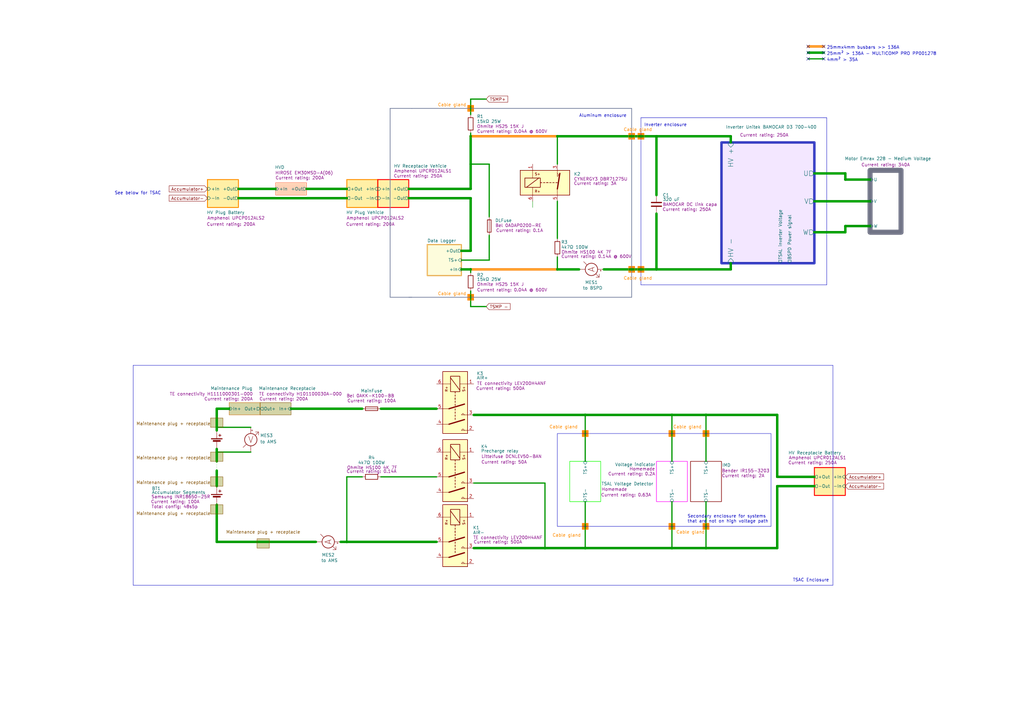
<source format=kicad_sch>
(kicad_sch (version 20231120) (generator "eeschema") (generator_version "8.0")
  (paper "A3")
  (title_block (title "TS entire schematic") (date "2024-03-28") (rev "v2.0") (company "EPSA"))
  (lib_symbols
    (symbol "Device:Ammeter_DC" (pin_numbers hide) (pin_names (offset 0.0254) hide)
      (property "Reference" "MES" (at -3.302 1.016 0))
      (property "Value" "Ammeter_DC" (at -3.302 -0.762 0))
      (symbol "Ammeter_DC_0_0"
        (polyline (pts (xy -3.175 -3.175) (xy -1.905 -1.905)))
        (polyline (pts (xy 1.905 1.905) (xy 3.175 3.175)))
        (polyline (pts (xy 1.905 3.175) (xy 3.175 3.175) (xy 3.175 1.905)))
        (text "A" (at 0 0 0) (effects (font (size 2.54 2.54))))
      )
      (symbol "Ammeter_DC_0_1"
        (polyline (pts (xy 0.254 3.81) (xy 0.762 3.81)))
        (polyline (pts (xy 0.508 4.064) (xy 0.508 3.556)))
        (circle (center 0 0) (radius 2.54) (stroke (width 0.254)))
      )
      (symbol "Ammeter_DC_1_1"
        (pin passive line (at 0 -5.08 90) (length 2.54) (name "-") (number "1"))
        (pin passive line (at 0 5.08 270) (length 2.54) (name "+") (number "2"))
      )
    )
    (symbol "Device:Battery_Cell" (pin_numbers hide) (pin_names (offset 0) hide)
      (property "Reference" "BT" (at 2.54 2.54 0))
      (property "Value" "Battery_Cell" (at 2.54 0 0))
      (symbol "Battery_Cell_0_1"
        (rectangle (start -2.286 1.778) (end 2.286 1.524) (fill (type outline)))
        (rectangle (start -1.524 1.016) (end 1.524 0.508) (fill (type outline)))
        (polyline (pts (xy 0 0.762) (xy 0 0)))
        (polyline (pts (xy 0 1.778) (xy 0 2.54)))
        (polyline (pts (xy 0.762 3.048) (xy 1.778 3.048)) (stroke (width 0.254)))
        (polyline (pts (xy 1.27 3.556) (xy 1.27 2.54)) (stroke (width 0.254)))
      )
      (symbol "Battery_Cell_1_1"
        (pin passive line (at 0 5.08 270) (length 2.54) (name "+") (number "1"))
        (pin passive line (at 0 -2.54 90) (length 2.54) (name "-") (number "2"))
      )
    )
    (symbol "Device:C" (pin_numbers hide) (pin_names (offset 0.254))
      (property "Reference" "C" (at 0.635 2.54 0))
      (property "Value" "C" (at 0.635 -2.54 0))
      (symbol "C_0_1"
        (polyline (pts (xy -2.032 -0.762) (xy 2.032 -0.762)) (stroke (width 0.508)))
        (polyline (pts (xy -2.032 0.762) (xy 2.032 0.762)) (stroke (width 0.508)))
      )
      (symbol "C_1_1"
        (pin passive line (at 0 3.81 270) (length 2.794) (name "~") (number "1"))
        (pin passive line (at 0 -3.81 90) (length 2.794) (name "~") (number "2"))
      )
    )
    (symbol "Device:Fuse" (pin_numbers hide) (pin_names (offset 0))
      (property "Reference" "F" (at 2.032 0 90))
      (property "Value" "Fuse" (at -1.905 0 90))
      (symbol "Fuse_0_1"
        (rectangle (start -0.762 -2.54) (end 0.762 2.54) (stroke (width 0.254)))
        (polyline (pts (xy 0 2.54) (xy 0 -2.54)))
      )
      (symbol "Fuse_1_1"
        (pin passive line (at 0 3.81 270) (length 1.27) (name "~") (number "1"))
        (pin passive line (at 0 -3.81 90) (length 1.27) (name "~") (number "2"))
      )
    )
    (symbol "Device:R" (pin_numbers hide) (pin_names (offset 0))
      (property "Reference" "R" (at 2.032 0 90))
      (property "Value" "R" (at 0 0 90))
      (symbol "R_0_1"
        (rectangle (start -1.016 -2.54) (end 1.016 2.54) (stroke (width 0.254)))
      )
      (symbol "R_1_1"
        (pin passive line (at 0 3.81 270) (length 1.27) (name "~") (number "1"))
        (pin passive line (at 0 -3.81 90) (length 1.27) (name "~") (number "2"))
      )
    )
    (symbol "Device:Voltmeter_DC" (pin_numbers hide) (pin_names (offset 0.0254) hide)
      (property "Reference" "MES" (at -3.302 1.016 0))
      (property "Value" "Voltmeter_DC" (at -3.302 -0.762 0))
      (symbol "Voltmeter_DC_0_0"
        (polyline (pts (xy -3.175 -3.175) (xy -1.905 -1.905)))
        (polyline (pts (xy 1.905 1.905) (xy 3.175 3.175)))
        (polyline (pts (xy 1.905 3.175) (xy 3.175 3.175) (xy 3.175 1.905)))
        (text "V" (at 0 0 0) (effects (font (size 2.54 2.54))))
      )
      (symbol "Voltmeter_DC_0_1"
        (polyline (pts (xy 0.254 3.81) (xy 0.762 3.81)))
        (polyline (pts (xy 0.508 4.064) (xy 0.508 3.556)))
        (circle (center 0 0) (radius 2.54) (stroke (width 0.254)))
      )
      (symbol "Voltmeter_DC_1_1"
        (pin passive line (at 0 -5.08 90) (length 2.54) (name "-") (number "1"))
        (pin passive line (at 0 5.08 270) (length 2.54) (name "+") (number "2"))
      )
    )
    (symbol "EPSA_lib:NC relays"
      (property "Reference" "K" (at 11.43 3.81 0))
      (property "Value" "NC" (at 13.97 1.27 0))
      (symbol "NC relays_1_1"
        (rectangle (start -10.16 5.08) (end 10.16 -5.08) (stroke (width 0.254)) (fill (type background)))
        (rectangle (start -8.255 1.905) (end -1.905 -1.905) (stroke (width 0.254)))
        (polyline (pts (xy -7.62 -1.905) (xy -2.54 1.905)) (stroke (width 0.254)))
        (polyline (pts (xy -5.08 -5.08) (xy -5.08 -1.905)))
        (polyline (pts (xy -5.08 5.08) (xy -5.08 1.905)))
        (polyline (pts (xy -1.905 0) (xy -1.27 0)) (stroke (width 0.254)))
        (polyline (pts (xy -0.635 0) (xy 0 0)) (stroke (width 0.254)))
        (polyline (pts (xy 0.635 0) (xy 1.27 0)) (stroke (width 0.254)))
        (polyline (pts (xy 0.635 0) (xy 1.27 0)) (stroke (width 0.254)))
        (polyline (pts (xy 1.905 0) (xy 2.54 0)) (stroke (width 0.254)))
        (polyline (pts (xy 3.175 0) (xy 3.81 0)) (stroke (width 0.254)))
        (polyline (pts (xy 4.445 0) (xy 5.08 0)) (stroke (width 0.254)))
        (polyline (pts (xy 5.08 -2.54) (xy 5.08 -5.08)))
        (polyline (pts (xy 5.08 -2.54) (xy 6.096 3.81)) (stroke (width 0.508)))
        (polyline (pts (xy 5.08 3.81) (xy 5.08 5.08)))
        (polyline (pts (xy 5.08 3.81) (xy 5.08 2.54) (xy 5.715 3.175) (xy 5.08 3.81)))
        (text "R+" (at -3.048 -3.556 0) (effects (font (size 1.016 1.016))))
        (text "S+" (at -3.048 3.556 0) (effects (font (size 1.016 1.016))))
        (pin passive line (at -5.08 7.62 270) (length 2.54) (name "~") (number "1"))
        (pin passive line (at 5.08 7.62 270) (length 2.54) (name "~") (number "3"))
        (pin passive line (at 5.08 -7.62 90) (length 2.54) (name "~") (number "5"))
        (pin passive line (at -5.08 -7.62 90) (length 2.54) (name "~") (number "6"))
      )
    )
    (symbol "EPSA_lib:RELAYS"
      (property "Reference" "K" (at -13.97 -11.43 0))
      (property "Value" "RELAYS" (at -13.97 -13.97 0))
      (symbol "RELAYS_1_1"
        (rectangle (start -10.16 5.08) (end 15.24 -5.08) (stroke (width 0.254)) (fill (type background)))
        (rectangle (start -8.255 1.905) (end -1.905 -1.905) (stroke (width 0.254)))
        (polyline (pts (xy -7.62 -1.905) (xy -2.54 1.905)) (stroke (width 0.254)))
        (polyline (pts (xy -5.08 -5.08) (xy -5.08 -1.905)))
        (polyline (pts (xy -5.08 5.08) (xy -5.08 1.905)))
        (polyline (pts (xy -1.905 0) (xy -1.27 0)) (stroke (width 0.254)))
        (polyline (pts (xy -0.635 0) (xy 0 0)) (stroke (width 0.254)))
        (polyline (pts (xy 0.635 0) (xy 1.27 0)) (stroke (width 0.254)))
        (polyline (pts (xy 0.635 0) (xy 1.27 0)) (stroke (width 0.254)))
        (polyline (pts (xy 1.905 0) (xy 2.54 0)) (stroke (width 0.254)))
        (polyline (pts (xy 3.175 0) (xy 3.81 0)) (stroke (width 0.254)))
        (polyline (pts (xy 5.08 -2.54) (xy 3.175 3.81)) (stroke (width 0.508)))
        (polyline (pts (xy 5.08 -2.54) (xy 5.08 -5.08)))
        (polyline (pts (xy 5.08 0) (xy 5.715 0)) (stroke (width 0.254)))
        (polyline (pts (xy 6.35 0) (xy 6.985 0)) (stroke (width 0.254)))
        (polyline (pts (xy 7.62 0) (xy 8.255 0)) (stroke (width 0.254)))
        (polyline (pts (xy 7.62 3.81) (xy 7.62 5.08)))
        (polyline (pts (xy 8.89 0) (xy 9.525 0)) (stroke (width 0.254)))
        (polyline (pts (xy 11.43 -2.54) (xy 9.525 3.81)) (stroke (width 0.508)))
        (polyline (pts (xy 11.43 -2.54) (xy 11.43 -5.08)))
        (polyline (pts (xy 13.97 3.81) (xy 13.97 5.08)))
        (polyline (pts (xy 7.62 3.81) (xy 7.62 2.54) (xy 6.985 3.175) (xy 7.62 3.81)))
        (polyline (pts (xy 13.97 3.81) (xy 13.97 2.54) (xy 13.335 3.175) (xy 13.97 3.81)))
        (text "R+" (at -3.048 -3.556 0) (effects (font (size 1.016 1.016))))
        (text "S+" (at -3.048 3.556 0) (effects (font (size 1.016 1.016))))
        (pin passive line (at -5.08 7.62 270) (length 2.54) (name "~") (number "1"))
        (pin passive line (at 13.97 7.62 270) (length 2.54) (name "~") (number "2"))
        (pin passive line (at 7.62 7.62 270) (length 2.54) (name "~") (number "3"))
        (pin passive line (at 11.43 -7.62 90) (length 2.54) (name "~") (number "4"))
        (pin passive line (at 5.08 -7.62 90) (length 2.54) (name "~") (number "5"))
        (pin passive line (at -5.08 -7.62 90) (length 2.54) (name "~") (number "6"))
      )
    )
  )
  (junction (at 289.56 224.79))
  (junction (at 228.6 110.49))
  (junction (at 240.03 224.79))
  (junction (at 228.6 55.88))
  (junction (at 269.24 110.49))
  (junction (at 269.24 55.88))
  (junction (at 193.04 67.31))
  (junction (at 88.9 175.26))
  (junction (at 275.59 224.79))
  (junction (at 193.04 110.49))
  (junction (at 275.59 170.18))
  (junction (at 240.03 170.18))
  (junction (at 88.9 185.42))
  (junction (at 289.56 170.18))
  (junction (at 223.52 224.79))
  (junction (at 193.04 55.88))
  (junction (at 142.24 222.25))
  (no_connect (at 331.47 19.05))
  (no_connect (at 331.47 21.59))
  (no_connect (at 337.82 24.13))
  (no_connect (at 331.47 24.13))
  (no_connect (at 337.82 21.59))
  (no_connect (at 337.82 19.05))
  (wire (pts (xy 88.9 222.25) (xy 129.54 222.25)) (stroke (width 1)))
  (wire (pts (xy 119.38 167.64) (xy 148.59 167.64)) (stroke (width 1)))
  (wire (pts (xy 88.9 185.42) (xy 102.87 185.42)) (stroke (width 0.5)))
  (wire (pts (xy 88.9 175.26) (xy 88.9 176.53)) (stroke (width 0.5)))
  (wire (pts (xy 200.66 67.31) (xy 193.04 67.31)) (stroke (width 0.5)))
  (wire (pts (xy 318.77 199.39) (xy 334.01 199.39)) (stroke (width 1)))
  (wire (pts (xy 189.23 110.49) (xy 193.04 110.49)) (stroke (width 1)))
  (wire (pts (xy 269.24 80.01) (xy 269.24 55.88)) (stroke (width 1)))
  (polyline (pts (xy 168.91 44.45) (xy 160.02 44.45)) (stroke (width 0.3) (type solid) (color 118 129 159 1)))
  (polyline (pts (xy 262.89 116.84) (xy 264.16 116.84)))
  (polyline (pts (xy 339.09 116.84) (xy 339.09 48.26)))
  (wire (pts (xy 142.24 195.58) (xy 142.24 222.25)) (stroke (width 0.5)))
  (wire (pts (xy 88.9 175.26) (xy 102.87 175.26)) (stroke (width 0.5)))
  (polyline (pts (xy 54.61 149.86) (xy 341.63 149.86)) (stroke (width 0) (type solid)))
  (wire (pts (xy 228.6 55.88) (xy 269.24 55.88)) (stroke (width 1)))
  (wire (pts (xy 193.04 46.99) (xy 193.04 40.64)) (stroke (width 0.5)))
  (wire (pts (xy 318.77 195.58) (xy 334.01 195.58)) (stroke (width 1)))
  (wire (pts (xy 346.71 92.71) (xy 356.87 92.71)) (stroke (width 1)))
  (wire (pts (xy 200.66 106.68) (xy 200.66 96.52)) (stroke (width 0.5)))
  (wire (pts (xy 193.04 67.31) (xy 193.04 77.47)) (stroke (width 1)))
  (wire (pts (xy 289.56 170.18) (xy 289.56 189.23)) (stroke (width 0.5)))
  (polyline (pts (xy 262.89 48.26) (xy 262.89 116.84)))
  (wire (pts (xy 228.6 105.41) (xy 228.6 110.49)) (stroke (width 0.5)))
  (wire (pts (xy 88.9 193.04) (xy 88.9 199.39)) (stroke (width 1)))
  (wire (pts (xy 289.56 224.79) (xy 318.77 224.79)) (stroke (width 1)))
  (wire (pts (xy 125.73 77.47) (xy 142.24 77.47)) (stroke (width 1)))
  (wire (pts (xy 318.77 170.18) (xy 318.77 195.58)) (stroke (width 1)))
  (wire (pts (xy 97.79 81.28) (xy 142.24 81.28)) (stroke (width 1)))
  (wire (pts (xy 318.77 224.79) (xy 318.77 199.39)) (stroke (width 1)))
  (wire (pts (xy 269.24 110.49) (xy 269.24 87.63)) (stroke (width 1)))
  (wire (pts (xy 346.71 73.66) (xy 356.87 73.66)) (stroke (width 1)))
  (wire (pts (xy 240.03 224.79) (xy 275.59 224.79)) (stroke (width 1)))
  (wire (pts (xy 334.01 95.25) (xy 346.71 95.25)) (stroke (width 1)))
  (wire (pts (xy 88.9 175.26) (xy 88.9 176.53)) (stroke (width 1)))
  (wire (pts (xy 88.9 189.23) (xy 88.9 185.42)) (stroke (width 1)))
  (wire (pts (xy 88.9 167.64) (xy 88.9 175.26)) (stroke (width 1)))
  (wire (pts (xy 88.9 185.42) (xy 88.9 184.15)) (stroke (width 1)))
  (wire (pts (xy 88.9 189.23) (xy 88.9 193.04)) (stroke (width 0) (type dot)))
  (polyline (pts (xy 337.82 48.26) (xy 339.09 48.26)))
  (wire (pts (xy 189.23 106.68) (xy 200.66 106.68)) (stroke (width 0.5)))
  (wire (pts (xy 193.04 40.64) (xy 199.39 40.64)) (stroke (width 0.5)))
  (polyline (pts (xy 341.63 149.86) (xy 341.63 240.03)) (stroke (width 0) (type solid)))
  (wire (pts (xy 88.9 207.01) (xy 88.9 222.25)) (stroke (width 1)))
  (wire (pts (xy 193.04 55.88) (xy 193.04 54.61)) (stroke (width 0.5)))
  (wire (pts (xy 240.03 224.79) (xy 240.03 205.74)) (stroke (width 0.5)))
  (wire (pts (xy 240.03 170.18) (xy 275.59 170.18)) (stroke (width 1)))
  (wire (pts (xy 193.04 110.49) (xy 228.6 110.49)) (stroke (width 1.016) (color 255 142 26 1)))
  (wire (pts (xy 275.59 224.79) (xy 289.56 224.79)) (stroke (width 1)))
  (polyline (pts (xy 54.61 240.03) (xy 54.61 149.86)) (stroke (width 0) (type solid)))
  (wire (pts (xy 346.71 95.25) (xy 346.71 92.71)) (stroke (width 1)))
  (wire (pts (xy 240.03 170.18) (xy 240.03 189.23)) (stroke (width 0.5)))
  (polyline (pts (xy 262.89 48.26) (xy 337.82 48.26)))
  (wire (pts (xy 193.04 125.73) (xy 199.39 125.73)) (stroke (width 0.5)))
  (wire (pts (xy 299.72 107.95) (xy 299.72 110.49)) (stroke (width 1)))
  (wire (pts (xy 228.6 110.49) (xy 237.49 110.49)) (stroke (width 1)))
  (wire (pts (xy 275.59 170.18) (xy 289.56 170.18)) (stroke (width 1)))
  (wire (pts (xy 194.31 224.79) (xy 223.52 224.79)) (stroke (width 1)))
  (polyline (pts (xy 259.08 121.92) (xy 167.64 121.92)) (stroke (width 0.3) (type solid) (color 118 129 159 1)))
  (wire (pts (xy 247.65 110.49) (xy 269.24 110.49)) (stroke (width 1)))
  (wire (pts (xy 142.24 195.58) (xy 148.59 195.58)) (stroke (width 0.5)))
  (wire (pts (xy 193.04 102.87) (xy 189.23 102.87)) (stroke (width 1)))
  (polyline (pts (xy 168.91 44.45) (xy 259.08 44.45)) (stroke (width 0.3) (type solid) (color 118 129 159 1)))
  (wire (pts (xy 88.9 185.42) (xy 88.9 184.15)) (stroke (width 0.5)))
  (wire (pts (xy 156.21 195.58) (xy 179.07 195.58)) (stroke (width 0.5)))
  (polyline (pts (xy 259.08 44.45) (xy 259.08 121.92)) (stroke (width 0.3) (type solid) (color 118 129 159 1)))
  (wire (pts (xy 194.31 170.18) (xy 240.03 170.18)) (stroke (width 1)))
  (wire (pts (xy 331.47 21.59) (xy 337.82 21.59)) (stroke (width 1)))
  (wire (pts (xy 193.04 111.76) (xy 193.04 110.49)) (stroke (width 0.5)))
  (wire (pts (xy 139.7 222.25) (xy 142.24 222.25)) (stroke (width 1)))
  (wire (pts (xy 334.01 82.55) (xy 356.87 82.55)) (stroke (width 1)))
  (wire (pts (xy 193.04 119.38) (xy 193.04 125.73)) (stroke (width 0.5)))
  (wire (pts (xy 228.6 67.31) (xy 228.6 55.88)) (stroke (width 0.5)))
  (wire (pts (xy 97.79 77.47) (xy 113.03 77.47)) (stroke (width 1)))
  (wire (pts (xy 334.01 71.12) (xy 346.71 71.12)) (stroke (width 1)))
  (wire (pts (xy 200.66 88.9) (xy 200.66 67.31)) (stroke (width 0.5)))
  (wire (pts (xy 142.24 222.25) (xy 179.07 222.25)) (stroke (width 1)))
  (wire (pts (xy 289.56 205.74) (xy 289.56 224.79)) (stroke (width 0.5)))
  (wire (pts (xy 269.24 110.49) (xy 299.72 110.49)) (stroke (width 1)))
  (wire (pts (xy 223.52 224.79) (xy 240.03 224.79)) (stroke (width 1)))
  (wire (pts (xy 193.04 81.28) (xy 193.04 102.87)) (stroke (width 1)))
  (wire (pts (xy 269.24 55.88) (xy 299.72 55.88)) (stroke (width 1)))
  (wire (pts (xy 331.47 19.05) (xy 337.82 19.05)) (stroke (width 1.016) (color 255 142 26 1)))
  (wire (pts (xy 223.52 198.12) (xy 223.52 224.79)) (stroke (width 0.5)))
  (wire (pts (xy 228.6 82.55) (xy 228.6 97.79)) (stroke (width 0.5)))
  (wire (pts (xy 156.21 167.64) (xy 179.07 167.64)) (stroke (width 1)))
  (polyline (pts (xy 341.63 240.03) (xy 54.61 240.03)) (stroke (width 0) (type solid)))
  (wire (pts (xy 275.59 170.18) (xy 275.59 189.23)) (stroke (width 0.5)))
  (wire (pts (xy 167.64 81.28) (xy 193.04 81.28)) (stroke (width 1)))
  (polyline (pts (xy 160.02 44.45) (xy 160.02 121.92)) (stroke (width 0.3) (type solid) (color 118 129 159 1)))
  (wire (pts (xy 289.56 170.18) (xy 318.77 170.18)) (stroke (width 1)))
  (wire (pts (xy 194.31 198.12) (xy 223.52 198.12)) (stroke (width 0.5)))
  (wire (pts (xy 167.64 77.47) (xy 193.04 77.47)) (stroke (width 1)))
  (wire (pts (xy 346.71 71.12) (xy 346.71 73.66)) (stroke (width 1)))
  (wire (pts (xy 88.9 167.64) (xy 93.98 167.64)) (stroke (width 1)))
  (wire (pts (xy 218.44 85.09) (xy 218.44 82.55)))
  (polyline (pts (xy 160.02 121.92) (xy 168.91 121.92)) (stroke (width 0.3) (type solid) (color 118 129 159 1)))
  (wire (pts (xy 193.04 55.88) (xy 228.6 55.88)) (stroke (width 1.016) (color 255 142 26 1)))
  (wire (pts (xy 299.72 55.88) (xy 299.72 58.42)) (stroke (width 1)))
  (wire (pts (xy 275.59 205.74) (xy 275.59 224.79)) (stroke (width 0.5)))
  (wire (pts (xy 331.47 24.13) (xy 337.82 24.13)) (stroke (width 0.5)))
  (wire (pts (xy 193.04 55.88) (xy 193.04 67.31)) (stroke (width 1)))
  (polyline (pts (xy 264.16 116.84) (xy 339.09 116.84)))
  (rectangle (start 288.29 176.53) (end 290.83 179.07) (stroke (width 0) (color 255 124 0 1)) (fill (type color) (color 255 134 0 1)))
  (rectangle (start 257.81 54.61) (end 260.35 57.15) (stroke (width 0) (color 255 124 0 1)) (fill (type color) (color 255 134 0 1)))
  (rectangle (start 261.62 109.22) (end 264.16 111.76) (stroke (width 0) (color 255 124 0 1)) (fill (type color) (color 255 134 0 1)))
  (rectangle (start 105.41 220.98) (end 110.49 224.79) (stroke (width 0) (color 128 77 0 1)) (fill (type color) (color 132 132 0 0.35)))
  (rectangle (start 288.29 214.63) (end 290.83 217.17) (stroke (width 0) (color 255 124 0 1)) (fill (type color) (color 255 134 0 1)))
  (rectangle (start 86.36 185.42) (end 91.44 189.23) (stroke (width 0) (color 128 77 0 1)) (fill (type color) (color 132 132 0 0.35)))
  (rectangle (start 86.36 207.01) (end 91.44 210.82) (stroke (width 0) (color 128 77 0 1)) (fill (type color) (color 132 132 0 0.35)))
  (rectangle (start 191.77 43.18) (end 194.31 45.72) (stroke (width 0) (color 255 124 0 1)) (fill (type color) (color 255 134 0 1)))
  (rectangle (start 238.76 176.53) (end 241.3 179.07) (stroke (width 0) (color 255 124 0 1)) (fill (type color) (color 255 134 0 1)))
  (rectangle (start 261.62 54.61) (end 264.16 57.15) (stroke (width 0) (color 255 124 0 1)) (fill (type color) (color 255 134 0 1)))
  (rectangle (start 86.36 171.45) (end 91.44 175.26) (stroke (width 0) (color 128 77 0 1)) (fill (type color) (color 132 132 0 0.35)))
  (rectangle (start 228.6 177.8) (end 316.23 215.9))
  (rectangle (start 274.32 214.63) (end 276.86 217.17) (stroke (width 0) (color 255 124 0 1)) (fill (type color) (color 255 134 0 1)))
  (rectangle (start 191.77 120.65) (end 194.31 123.19) (stroke (width 0) (color 255 124 0 1)) (fill (type color) (color 255 134 0 1)))
  (rectangle (start 274.32 176.53) (end 276.86 179.07) (stroke (width 0) (color 255 124 0 1)) (fill (type color) (color 255 134 0 1)))
  (rectangle (start 238.76 214.63) (end 241.3 217.17) (stroke (width 0) (color 255 124 0 1)) (fill (type color) (color 255 134 0 1)))
  (rectangle (start 86.36 195.58) (end 91.44 199.39) (stroke (width 0) (color 128 77 0 1)) (fill (type color) (color 132 132 0 0.35)))
  (rectangle (start 257.81 109.22) (end 260.35 111.76) (stroke (width 0) (color 255 124 0 1)) (fill (type color) (color 255 134 0 1)))
  (text "See below for TSAC" (at 46.99 80.01 0) (effects (font (size 1.27 1.27)) (justify left bottom)))
  (text "Cable gland" (at 185.42 120.65 0) (effects (font (size 1.27 1.27))))
  (text "25mmx4mm busbars >> 136A" (at 339.09 20.32 0) (effects (font (size 1.27 1.27)) (justify left bottom)))
  (text "Cable gland" (at 261.62 53.34 0) (effects (font (size 1.27 1.27))))
  (text "Cable gland" (at 281.94 175.26 0) (effects (font (size 1.27 1.27))))
  (text "Secondary enclosure for systems \nthat are not on high voltage path" (at 281.94 214.63 0) (effects (font (size 1.27 1.27)) (justify left bottom)))
  (text "Maintenance plug + receptacle\n" (at 71.12 210.82 0) (effects (font (size 1.27 1.27))))
  (text "TSAC Enclosure" (at 325.12 238.76 0) (effects (font (size 1.27 1.27)) (justify left bottom)))
  (text "Cable gland" (at 283.21 218.44 0) (effects (font (size 1.27 1.27))))
  (text "25mm² > 136A - MULTICOMP PRO PP001278\n" (at 339.09 22.86 0) (effects (font (size 1.27 1.27)) (justify left bottom)))
  (text "Cable gland" (at 231.14 175.26 0) (effects (font (size 1.27 1.27))))
  (text "Maintenance plug + receptacle\n" (at 107.95 218.44 0) (effects (font (size 1.27 1.27))))
  (text "Cable gland" (at 261.62 114.3 0) (effects (font (size 1.27 1.27))))
  (text "4mm² > 35A\n" (at 339.09 25.4 0) (effects (font (size 1.27 1.27)) (justify left bottom)))
  (text "Maintenance plug + receptacle\n" (at 71.12 173.99 0) (effects (font (size 1.27 1.27))))
  (text "Cable gland" (at 232.41 219.71 0) (effects (font (size 1.27 1.27))))
  (text "Maintenance plug + receptacle\n" (at 71.12 198.12 0) (effects (font (size 1.27 1.27))))
  (text "Aluminum enclosure" (at 237.49 48.26 0) (effects (font (size 1.27 1.27)) (justify left bottom)))
  (text "Inverter enclosure" (at 264.16 52.07 0) (effects (font (size 1.27 1.27)) (justify left bottom)))
  (text "Cable gland" (at 185.42 43.18 0) (effects (font (size 1.27 1.27))))
  (text "Maintenance plug + receptacle\n" (at 71.12 187.96 0) (effects (font (size 1.27 1.27))))
  (global_label "Accumulator-" (shape input) (at 85.09 81.28 180) (property "Intersheetrefs" "${INTERSHEET_REFS}" (effects (hide yes))))
  (global_label "Accumulator+" (shape input) (at 346.71 195.58 0) (property "Intersheetrefs" "${INTERSHEET_REFS}" (effects (hide yes))))
  (global_label "Accumulator+" (shape input) (at 85.09 77.47 180) (property "Intersheetrefs" "${INTERSHEET_REFS}" (effects (hide yes))))
  (global_label "TSMP -" (shape input) (at 199.39 125.73 0) (property "Intersheetrefs" "${INTERSHEET_REFS}" (effects (hide yes))))
  (global_label "Accumulator-" (shape input) (at 346.71 199.39 0) (property "Intersheetrefs" "${INTERSHEET_REFS}" (effects (hide yes))))
  (global_label "TSMP+" (shape input) (at 199.39 40.64 0) (property "Intersheetrefs" "${INTERSHEET_REFS}" (effects (hide yes))))
  (symbol (lib_id "EPSA_lib:NC relays") (at 223.52 74.93 0) (unit 1)
    (property "Reference" "K2" (at 236.728 71.374 0))
    (property "Value" "CYNERGY3 DBR71275U" (effects (hide yes)))
    (property "Footprint" "Relay_THT:Relay_1P1T_NO_10x24x18.8mm_Panasonic_ADW11xxxxW_THT" (effects (hide yes)))
    (property "Datasheet" "https://www.panasonic-electric-works.com/pew/es/downloads/ds_dw_hl_en.pdf" (effects (hide yes)))
    (property "Description" "CYNERGY3 DBR71275U" (at 246.38 73.406 0))
    (property "Current rating" "3A" (at 244.094 75.184 0) (show_name yes))
    (property "Sim.Enable" "0" (effects (hide yes)))
  )
  (symbol (lib_id "Device:R") (at 228.6 101.6 180) (unit 1)
    (property "Reference" "R3" (at 230.124 99.314 0) (effects (justify right)))
    (property "Value" "4k7Ω 100W" (at 230.124 101.346 0) (effects (justify right)))
    (property "Description" "Ohmite HS100 4K 7F" (at 240.538 103.378 0))
    (property "Current rating" "0.14A @ 600V" (at 244.602 105.156 0) (show_name yes))
  )
  (symbol (lib_id "Device:R") (at 152.4 195.58 270) (unit 1)
    (property "Reference" "R4" (at 152.4 187.706 90))
    (property "Value" "4k7Ω 100W" (at 152.4 189.738 90))
    (property "Description" "Ohmite HS100 4K 7F" (at 152.654 191.77 90))
    (property "Current rating" "0.14A" (at 152.4 193.294 90) (show_name yes))
  )
  (symbol (lib_id "Device:Ammeter_DC") (at 242.57 110.49 270) (unit 1)
    (property "Reference" "MES1" (at 242.57 115.824 90))
    (property "Value" "to BSPD" (at 243.078 118.11 90))
    (property "Description" "DC ammeter" (effects (hide yes)))
  )
  (symbol (lib_id "Device:C") (at 269.24 83.82 0) (unit 1)
    (property "Reference" "C1" (at 271.78 80.01 0) (effects (justify left)))
    (property "Value" "320 uF" (at 271.78 81.788 0) (effects (justify left)))
    (property "Description" "BAMOCAR DC link capa" (at 282.956 83.82 0))
    (property "Current rating" "250A" (at 281.686 85.852 0) (show_name yes))
  )
  (symbol (lib_id "EPSA_lib:RELAYS") (at 186.69 217.17 270) (unit 1)
    (property "Reference" "K1" (at 195.326 216.408 90))
    (property "Value" "AIR-" (at 196.342 218.44 90))
    (property "Footprint" "Relay_THT:Relay_1P1T_NO_10x24x18.8mm_Panasonic_ADW11xxxxW_THT" (effects (hide yes)))
    (property "Datasheet" "https://www.panasonic-electric-works.com/pew/es/downloads/ds_dw_hl_en.pdf" (effects (hide yes)))
    (property "Description" "TE connectivity LEV200H4ANF " (at 208.788 220.472 90))
    (property "Current rating" "500A" (at 204.216 222.25 90) (show_name yes))
  )
  (symbol (lib_id "Device:Ammeter_DC") (at 134.62 222.25 270) (unit 1)
    (property "Reference" "MES2" (at 134.62 227.584 90))
    (property "Value" "to AMS" (at 135.128 229.87 90))
    (property "Description" "DC ammeter" (effects (hide yes)))
  )
  (symbol (lib_id "Device:Battery_Cell") (at 88.9 181.61 0) (unit 1)
    (property "Reference" "BT2" (effects (hide yes)))
    (property "Value" "Accumulator Segments" (effects (hide yes)))
    (property "Description" " Samsung INR18650-25R" (effects (hide yes)))
    (property "Current rating" "100A" (effects (hide yes)))
  )
  (symbol (lib_id "Device:R") (at 193.04 115.57 0) (unit 1)
    (property "Reference" "R2" (at 195.58 112.776 0) (effects (justify left)))
    (property "Value" "15kΩ 25W" (at 195.58 114.554 0) (effects (justify left)))
    (property "Description" "Ohmite HS25 15K J " (at 205.74 116.586 0))
    (property "Current rating" "0.04A @ 600V" (at 210.058 118.872 0) (show_name yes))
  )
  (symbol (lib_id "Device:Voltmeter_DC") (at 102.87 180.34 0) (unit 1)
    (property "Reference" "MES3" (at 106.68 178.6254 0) (effects (justify left)))
    (property "Value" "to AMS" (at 106.68 181.1654 0) (effects (justify left)))
    (property "Description" "DC voltmeter" (effects (hide yes)))
  )
  (symbol (lib_id "Device:R") (at 193.04 50.8 0) (unit 1)
    (property "Reference" "R1" (at 195.58 47.752 0) (effects (justify left)))
    (property "Value" "15kΩ 25W" (at 195.58 49.784 0) (effects (justify left)))
    (property "Description" "Ohmite HS25 15K J " (at 205.74 51.816 0))
    (property "Current rating" "0.04A @ 600V" (at 210.058 53.848 0) (show_name yes))
  )
  (symbol (lib_id "EPSA_lib:RELAYS") (at 186.69 162.56 270) (unit 1)
    (property "Reference" "K3" (at 196.85 153.162 90))
    (property "Value" "AIR+" (at 197.866 154.94 90))
    (property "Footprint" "Relay_THT:Relay_1P1T_NO_10x24x18.8mm_Panasonic_ADW11xxxxW_THT" (effects (hide yes)))
    (property "Datasheet" "https://www.panasonic-electric-works.com/pew/es/downloads/ds_dw_hl_en.pdf" (effects (hide yes)))
    (property "Description" "TE connectivity LEV200H4ANF " (at 210.312 157.226 90))
    (property "Current rating" "500A" (at 205.232 159.258 90) (show_name yes))
  )
  (symbol (lib_id "Device:Fuse") (at 200.66 92.71 0) (unit 1)
    (property "Reference" "DLFuse" (at 206.502 90.424 0))
    (property "Value" "100" (effects (hide yes)))
    (property "Description" "Bel 0ADAP0200-RE" (at 212.598 92.456 0))
    (property "Current rating" "0.1A" (at 213.106 94.488 0) (show_name yes))
  )
  (symbol (lib_id "EPSA_lib:RELAYS") (at 186.69 190.5 270) (unit 1)
    (property "Reference" "K4" (at 198.628 183.134 90))
    (property "Value" "Precharge relay" (at 204.978 184.912 90))
    (property "Footprint" "Relay_THT:Relay_1P1T_NO_10x24x18.8mm_Panasonic_ADW11xxxxW_THT" (effects (hide yes)))
    (property "Datasheet" "https://www.panasonic-electric-works.com/pew/es/downloads/ds_dw_hl_en.pdf" (effects (hide yes)))
    (property "Description" "Littelfuse DCNLEV50-BAN " (at 210.312 187.198 90))
    (property "Current rating" "50A" (at 206.756 189.484 90) (show_name yes))
  )
  (symbol (lib_id "Device:Battery_Cell") (at 88.9 204.47 0) (unit 1)
    (property "Reference" "BT1" (at 62.23 200.3424 0) (effects (justify left)))
    (property "Value" "Accumulator Segments" (at 62.23 201.93 0) (effects (justify left)))
    (property "Description" " Samsung INR18650-25R" (at 73.66 203.708 0))
    (property "Current rating" "100A" (at 71.882 205.74 0) (show_name yes))
    (property "Total config" "48s5p" (at 71.628 207.772 0) (show_name yes))
  )
  (symbol (lib_id "Device:Fuse") (at 152.4 167.64 90) (unit 1)
    (property "Reference" "MainFuse" (at 152.4 160.274 90))
    (property "Value" "100" (effects (hide yes)))
    (property "Description" "Bel 0AKK-K100-BB " (at 152.4 162.306 90))
    (property "Current rating" "100A" (at 152.4 164.338 90) (show_name yes))
  )
  (sheet (at 106.68 165.1) (size 12.7 5.08) (stroke (width 0.1524) (color 128 77 0 1)) (fill (color 132 132 0 0.3500))
    (property "Sheetname" "Maintenance Receptacle" (at 106.172 160.02 0) (effects (justify left bottom)))
    (property "Sheetfile" "Maintenance Connectors.kicad_sch" (effects (hide yes)))
    (property "Description" "TE connectivity H101100030A-000 " (at 123.698 161.544 0))
    (property "Current rating" "200A" (at 116.332 163.576 0) (show_name yes))
    (pin "In+" input (at 119.38 167.64 0))
    (pin "Out+" output (at 106.68 167.64 180))
  )
  (sheet (at 233.68 189.23) (size 12.7 16.51) (stroke (width 0.1524) (color 15 255 0 1))
    (property "Sheetname" "TSAL Voltage Detector" (at 246.634 199.136 0) (effects (justify left bottom)))
    (property "Sheetfile" "TSAL Voltage Detector.kicad_sch" (effects (hide yes)))
    (property "Description" "Homemade" (at 251.968 200.66 0))
    (property "Current rating" "0.63A" (at 256.794 202.946 0) (show_name yes))
    (pin "TS+" input (at 240.03 189.23 90))
    (pin "TS-" input (at 240.03 205.74 270))
  )
  (sheet (at 93.98 165.1) (size 12.7 5.08) (stroke (width 0.1524) (color 204 102 0 1)) (fill (color 132 132 0 0.3500))
    (property "Sheetname" "Maintenance Plug" (at 86.36 160.02 0) (effects (justify left bottom)))
    (property "Sheetfile" "Maintenance Connectors.kicad_sch" (effects (hide yes)))
    (property "Description" "TE connectivity H1111000301-000 " (at 87.122 161.544 0))
    (property "Current rating" "200A" (at 93.726 163.576 0) (show_name yes))
    (pin "In+" input (at 93.98 167.64 180))
    (pin "Out+" output (at 106.68 167.64 0))
  )
  (sheet (at 356.87 69.85) (size 12.7 25.4) (stroke (width 2) (color 112 115 133 1))
    (property "Sheetname" "Motor Emrax 228 - Medium Voltage" (at 346.456 65.786 0) (effects (justify left bottom)))
    (property "Sheetfile" "Motor Emrax.kicad_sch" (effects (hide yes)))
    (property "Current rating" "340A" (at 363.22 67.564 0) (show_name yes))
    (pin "U" input (at 356.87 73.66 180))
    (pin "V" input (at 356.87 82.55 180))
    (pin "W" input (at 356.87 92.71 180))
  )
  (sheet (at 85.09 73.66) (size 12.7 11.43) (stroke (width 0.381) (color 255 144 0 1)) (fill (color 255 211 0 0.3500))
    (property "Sheetname" "HV Plug Battery" (at 84.836 87.884 0) (effects (justify left bottom)))
    (property "Sheetfile" "HV Connector.kicad_sch" (effects (hide yes)))
    (property "Description" "Amphenol UPCP012ALS2 " (at 97.282 89.408 0))
    (property "Current rating" "200A" (at 94.742 91.948 0) (show_name yes))
    (pin "+In" input (at 85.09 77.47 180))
    (pin "-In" input (at 85.09 81.28 180))
    (pin "+Out" output (at 97.79 77.47 0))
    (pin "-Out" output (at 97.79 81.28 0))
  )
  (sheet (at 295.91 58.42) (size 38.1 49.53) (stroke (width 1) (color 46 53 187 1)) (fill (color 243 231 255 1.0000))
    (property "Sheetname" "Inverter Unitek BAMOCAR D3 700-400" (at 297.688 52.832 0) (effects (justify left bottom)))
    (property "Sheetfile" "Inverter.kicad_sch" (effects (hide yes)))
    (property "Current rating" "250A" (at 313.436 55.372 0) (show_name yes))
    (pin "HV +" input (at 299.72 58.42 90) (effects (font (size 2 2))))
    (pin "HV -" input (at 299.72 107.95 270) (effects (font (size 2 2))))
    (pin "U" output (at 334.01 71.12 0) (effects (font (size 2 2))))
    (pin "V" output (at 334.01 82.55 0) (effects (font (size 2 2))))
    (pin "W" output (at 334.01 95.25 0) (effects (font (size 2 2))))
    (pin "BSPD Power signal" output (at 323.85 107.95 270))
    (pin "TSAL inverter Voltage" output (at 320.04 107.95 270))
  )
  (sheet (at 154.94 73.66) (size 12.7 11.43) (stroke (width 0.381) (color 255 0 4 1)) (fill (color 255 211 0 0.3500))
    (property "Sheetname" "HV Receptacle Vehicle" (at 161.544 68.834 0) (effects (justify left bottom)))
    (property "Sheetfile" "HV Connector.kicad_sch" (effects (hide yes)))
    (property "Description" "Amphenol UPCR012ALS1" (at 173.482 70.104 0))
    (property "Current rating" "250A" (at 171.45 72.136 0) (show_name yes))
    (pin "+In" input (at 154.94 77.47 180))
    (pin "-In" input (at 154.94 81.28 180))
    (pin "+Out" output (at 167.64 77.47 0))
    (pin "-Out" output (at 167.64 81.28 0))
  )
  (sheet (at 142.24 73.66) (size 12.7 11.43) (stroke (width 0.381) (color 255 144 0 1)) (fill (color 255 211 0 0.3500))
    (property "Sheetname" "HV Plug Vehicle" (at 141.986 87.884 0) (effects (justify left bottom)))
    (property "Sheetfile" "HV Connector.kicad_sch" (effects (hide yes)))
    (property "Description" "Amphenol UPCP012ALS2 " (at 154.432 89.408 0))
    (property "Current rating" "200A" (at 151.892 91.948 0) (show_name yes))
    (pin "+In" input (at 154.94 77.47 0))
    (pin "-In" input (at 154.94 81.28 0))
    (pin "+Out" output (at 142.24 77.47 180))
    (pin "-Out" output (at 142.24 81.28 180))
  )
  (sheet (at 283.21 189.23) (size 12.7 16.51) (stroke (width 0.1524))
    (property "Sheetname" "IMD" (at 296.164 191.516 0) (effects (justify left bottom)))
    (property "Sheetfile" "IMD.kicad_sch" (effects (hide yes)))
    (property "Description" "Bender IR155-3203 " (at 306.324 193.04 0))
    (property "Current rating" "2A" (at 304.8 195.072 0) (show_name yes))
    (pin "TS+" input (at 289.56 189.23 90))
    (pin "TS-" input (at 289.56 205.74 270))
  )
  (sheet (at 269.24 189.23) (size 12.7 16.51) (stroke (width 0.1524) (color 255 24 250 1))
    (property "Sheetname" "Voltage indicator" (at 252.222 191.262 0) (effects (justify left bottom)))
    (property "Sheetfile" "Voltage indicator.kicad_sch" (effects (hide yes)))
    (property "Description" "Homemade" (at 263.398 192.278 0))
    (property "Current rating" "0.2A" (at 259.08 194.31 0) (show_name yes))
    (pin "TS+" input (at 275.59 189.23 90))
    (pin "TS-" input (at 275.59 205.74 270))
  )
  (sheet (at 175.26 100.33) (size 13.97 12.7) (stroke (width 0.5) (color 233 178 89 1)) (fill (color 253 252 220 1.0000))
    (property "Sheetname" "Data Logger" (at 175.26 99.4446 0) (effects (justify left bottom)))
    (property "Sheetfile" "Data logger.kicad_sch" (effects (hide yes)))
    (pin "+In" input (at 189.23 110.49 0))
    (pin "+Out" output (at 189.23 102.87 0))
    (pin "TS+" input (at 189.23 106.68 0))
  )
  (sheet (at 113.03 74.93) (size 12.7 5.08) (stroke (width 0.1524) (color 255 91 47 1)) (fill (color 255 209 182 1.0000))
    (property "Sheetname" "HVD" (at 112.776 69.342 0) (effects (justify left bottom)))
    (property "Sheetfile" "HVD.kicad_sch" (effects (hide yes)))
    (property "Description" "HIROSE EM30MSD-A(06) " (at 125.222 70.866 0))
    (property "Current rating" "200A" (at 122.936 72.898 0) (show_name yes))
    (pin "+In" input (at 113.03 77.47 180))
    (pin "+Out" output (at 125.73 77.47 0))
  )
  (sheet (at 334.01 191.77) (size 12.7 11.43) (stroke (width 0.381) (color 255 0 4 1)) (fill (color 255 211 0 0.3500))
    (property "Sheetname" "HV Receptacle Battery" (at 323.342 186.436 0) (effects (justify left bottom)))
    (property "Sheetfile" "HV Connector.kicad_sch" (effects (hide yes)))
    (property "Description" "Amphenol UPCR012ALS1" (at 335.28 187.706 0))
    (property "Current rating" "250A" (at 333.248 189.738 0) (show_name yes))
    (pin "+In" input (at 346.71 195.58 0))
    (pin "-In" input (at 346.71 199.39 0))
    (pin "+Out" output (at 334.01 195.58 180))
    (pin "-Out" output (at 334.01 199.39 180))
  )
)
</source>
